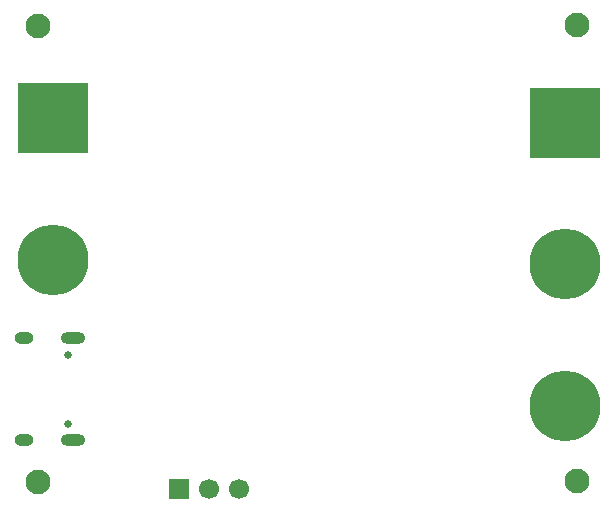
<source format=gbr>
%TF.GenerationSoftware,KiCad,Pcbnew,9.0.2*%
%TF.CreationDate,2025-07-01T21:57:16-05:00*%
%TF.ProjectId,testing3,74657374-696e-4673-932e-6b696361645f,rev?*%
%TF.SameCoordinates,Original*%
%TF.FileFunction,Soldermask,Bot*%
%TF.FilePolarity,Negative*%
%FSLAX46Y46*%
G04 Gerber Fmt 4.6, Leading zero omitted, Abs format (unit mm)*
G04 Created by KiCad (PCBNEW 9.0.2) date 2025-07-01 21:57:16*
%MOMM*%
%LPD*%
G01*
G04 APERTURE LIST*
G04 Aperture macros list*
%AMRoundRect*
0 Rectangle with rounded corners*
0 $1 Rounding radius*
0 $2 $3 $4 $5 $6 $7 $8 $9 X,Y pos of 4 corners*
0 Add a 4 corners polygon primitive as box body*
4,1,4,$2,$3,$4,$5,$6,$7,$8,$9,$2,$3,0*
0 Add four circle primitives for the rounded corners*
1,1,$1+$1,$2,$3*
1,1,$1+$1,$4,$5*
1,1,$1+$1,$6,$7*
1,1,$1+$1,$8,$9*
0 Add four rect primitives between the rounded corners*
20,1,$1+$1,$2,$3,$4,$5,0*
20,1,$1+$1,$4,$5,$6,$7,0*
20,1,$1+$1,$6,$7,$8,$9,0*
20,1,$1+$1,$8,$9,$2,$3,0*%
G04 Aperture macros list end*
%ADD10C,2.100000*%
%ADD11C,1.700000*%
%ADD12R,1.700000X1.700000*%
%ADD13C,6.000000*%
%ADD14RoundRect,0.250002X-2.749998X2.749998X-2.749998X-2.749998X2.749998X-2.749998X2.749998X2.749998X0*%
%ADD15O,1.600000X1.000000*%
%ADD16O,2.100000X1.000000*%
%ADD17C,0.650000*%
G04 APERTURE END LIST*
D10*
%TO.C,H3*%
X241500000Y-91400000D03*
%TD*%
%TO.C,H2*%
X195850000Y-91550000D03*
%TD*%
%TO.C,H1*%
X195850000Y-130100000D03*
%TD*%
D11*
%TO.C,J2*%
X212840000Y-130700000D03*
X210300000Y-130700000D03*
D12*
X207760000Y-130700000D03*
%TD*%
D13*
%TO.C,J3*%
X197100000Y-111300000D03*
D14*
X197100000Y-99300000D03*
%TD*%
D10*
%TO.C,H4*%
X241500000Y-130050000D03*
%TD*%
D14*
%TO.C,J4*%
X240500000Y-99700000D03*
D13*
X240500000Y-111700000D03*
X240500000Y-123700000D03*
%TD*%
D15*
%TO.C,J1*%
X194665000Y-126610000D03*
D16*
X198845000Y-126610000D03*
D15*
X194665000Y-117970000D03*
D16*
X198845000Y-117970000D03*
D17*
X198345000Y-125180000D03*
X198345000Y-119400000D03*
%TD*%
M02*

</source>
